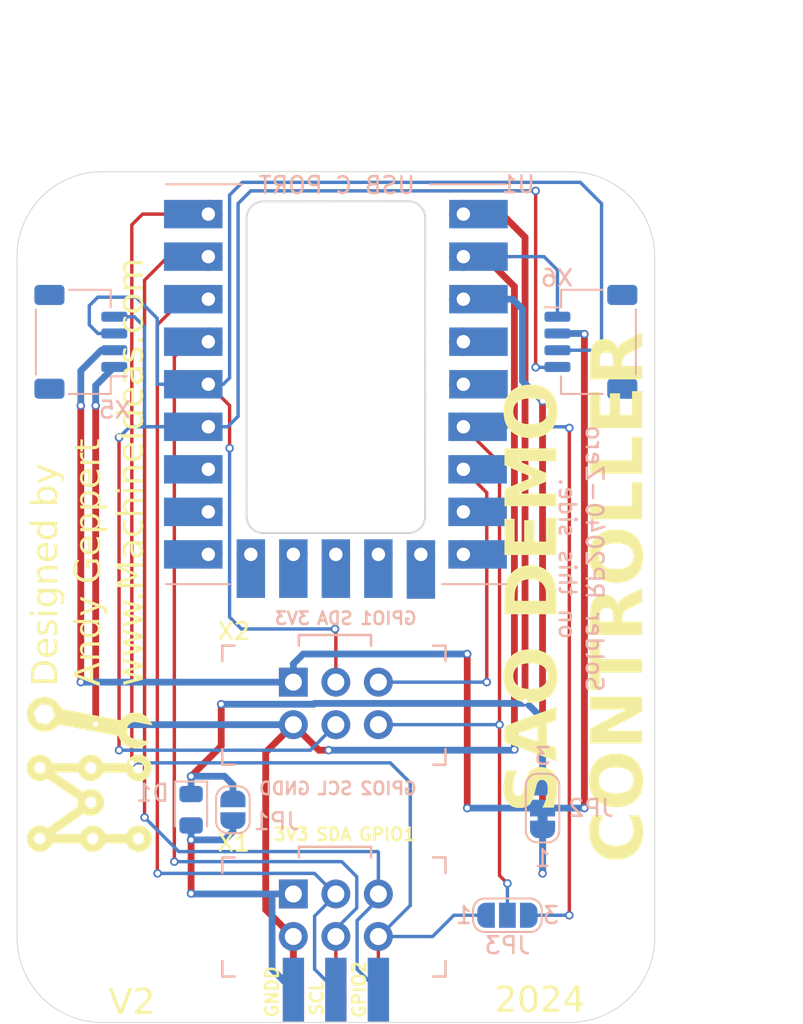
<source format=kicad_pcb>
(kicad_pcb (version 20240108) (generator "pcbnew") (generator_version "8.0")
  (title_block (title "SAO Demo Controller") (date "2024-09-24") (rev "1.0") (company "Machine Ideas, LLC") (comment 1 "Andy Geppert"))
  (layers (0 "F.Cu" signal) (31 "B.Cu" signal) (34 "B.Paste" user) (35 "F.Paste" user) (36 "B.SilkS" user "B.Silkscreen") (37 "F.SilkS" user "F.Silkscreen") (38 "B.Mask" user) (39 "F.Mask" user) (44 "Edge.Cuts" user))
  (net 0 "")
  (net 1 "/SCL_IN")
  (net 2 "GND")
  (net 5 "/SDA_IN")
  (net 9 "/VIN")
  (net 18 "/3V3")
  (net 23 "/BTX_SAORX")
  (net 25 "/BRX_SAOTX")
  (net 36 "/5V")
  (net 37 "/SAO_POWER")
  (net 38 "/SAO_GPIO2_GP27")
  (net 39 "/SAO_GPIO1")
  (net 40 "/SAO_GPIO2")
  (footprint "Andy_Footprint_Library:Badgelife-SAOv169-BADGE-2x3-no-front-text" (layer "F.Cu") (at 107.5182 145.9751)
    (property "Reference" "X2" (at -6.096 -4.318 0) (layer "F.SilkS"))
    (property "Value" "SAO_conn")
    (fp_text user "SCL" (at -0.06 5.08 0) (layer "B.SilkS") (effects (font (size 0.75 0.75)) (justify mirror)))
    (fp_text user "SDA" (at -0.06 -5.08 0) (layer "B.SilkS") (effects (font (size 0.75 0.75)) (justify mirror)))
    (fp_text user "3V3" (at -2.6 -5.08 0) (layer "B.SilkS") (effects (font (size 0.75 0.75)) (justify mirror)))
    (fp_text user "GPIO2" (at 3.14 5.08 0) (layer "B.SilkS") (effects (font (size 0.75 0.75)) (justify mirror)))
    (fp_text user "GNDD" (at -3.06 5.08 0) (layer "B.SilkS") (effects (font (size 0.75 0.75)) (justify mirror)))
    (fp_text user "GPIO1" (at 3.14 -5.08 0) (layer "B.SilkS") (effects (font (size 0.75 0.75)) (justify mirror)))
    (pad "1" thru_hole rect (at -2.54 -1.27 270) (size 1.7272 1.7272) (drill 1.016) (layers "*.Cu" "*.Mask") (net 37 "/SAO_POWER"))
    (pad "2" thru_hole circle (at -2.54 1.27 270) (size 1.7272 1.7272) (drill 1.016) (layers "*.Cu" "*.Mask") (net 2 "GND"))
    (pad "3" thru_hole oval (at 0 -1.27 270) (size 1.7272 1.7272) (drill 1.016) (layers "*.Cu" "*.Mask") (net 39 "/SAO_GPIO1"))
    (pad "4" thru_hole oval (at 0 1.27 270) (size 1.7272 1.7272) (drill 1.016) (layers "*.Cu" "*.Mask") (net 39 "/SAO_GPIO1"))
    (pad "5" thru_hole circle (at 2.54 -1.27 270) (size 1.7272 1.7272) (drill 1.016) (layers "*.Cu" "*.Mask") (net 39 "/SAO_GPIO1"))
    (pad "6" thru_hole circle (at 2.54 1.27 270) (size 1.7272 1.7272) (drill 1.016) (layers "*.Cu" "*.Mask") (net 40 "/SAO_GPIO2"))
  )
  (footprint "Andy_Footprint_Library:Machine_Ideas_logo" (layer "F.Cu") (at 93.0402 149.7851 90)
    (property "Reference" "L1" (hide yes))
    (property "Value" "~" (hide yes))
  )
  (footprint "Andy_Footprint_Library:Badgelife-SAOv169-BADGE-2x3-Edge-Connect-no-front-text" (layer "F.Cu") (at 107.5182 158.6243)
    (property "Reference" "X1" (at -6.096 -4.318 0) (layer "F.SilkS"))
    (property "Value" "SAO_conn")
    (fp_text user "GNDD" (at -3.81 4.572 90) (layer "F.SilkS") (effects (font (size 0.75 0.75))))
    (fp_text user "SCL" (at -1.143 4.953 90) (layer "F.SilkS") (effects (font (size 0.75 0.75))))
    (fp_text user "SDA" (at -0.127 -4.826 0) (layer "F.SilkS") (effects (font (size 0.75 0.75))))
    (fp_text user "3V3" (at -2.667 -4.826 0) (layer "F.SilkS") (effects (font (size 0.75 0.75))))
    (fp_text user "GPIO2" (at 1.397 4.445 90) (layer "F.SilkS") (effects (font (size 0.75 0.75))))
    (fp_text user "GPIO1" (at 3.073 -4.826 0) (layer "F.SilkS") (effects (font (size 0.75 0.75))))
    (pad "1" thru_hole rect (at -2.54 -1.27 270) (size 1.7272 1.7272) (drill 1.016) (layers "*.Cu" "*.Mask") (net 9 "/VIN"))
    (pad "1" smd rect (at -2.54 4.445) (size 1.27 3.81) (layers "B.Cu" "B.Mask") (net 9 "/VIN"))
    (pad "2" thru_hole circle (at -2.54 1.27 270) (size 1.7272 1.7272) (drill 1.016) (layers "*.Cu" "*.Mask") (net 2 "GND"))
    (pad "2" smd rect (at -2.54 4.445) (size 1.27 3.81) (layers "F.Cu" "F.Mask") (net 2 "GND"))
    (pad "3" thru_hole oval (at 0 -1.27 270) (size 1.7272 1.7272) (drill 1.016) (layers "*.Cu" "*.Mask") (net 5 "/SDA_IN"))
    (pad "3" smd rect (at 0 4.445) (size 1.27 3.81) (layers "B.Cu" "B.Mask") (net 5 "/SDA_IN"))
    (pad "4" thru_hole oval (at 0 1.27 270) (size 1.7272 1.7272) (drill 1.016) (layers "*.Cu" "*.Mask") (net 1 "/SCL_IN"))
    (pad "4" smd rect (at 0 4.445) (size 1.27 3.81) (layers "F.Cu" "F.Mask") (net 1 "/SCL_IN"))
    (pad "5" thru_hole circle (at 2.54 -1.27 270) (size 1.7272 1.7272) (drill 1.016) (layers "*.Cu" "*.Mask") (net 23 "/BTX_SAORX"))
    (pad "5" smd rect (at 2.54 4.445) (size 1.27 3.81) (layers "B.Cu" "B.Mask") (net 23 "/BTX_SAORX"))
    (pad "6" thru_hole circle (at 2.54 1.27 270) (size 1.7272 1.7272) (drill 1.016) (layers "*.Cu" "*.Mask") (net 25 "/BRX_SAOTX"))
    (pad "6" smd rect (at 2.54 4.445) (size 1.27 3.81) (layers "F.Cu" "F.Mask") (net 25 "/BRX_SAOTX"))
  )
  (footprint "Diode_SMD:D_0805_2012Metric" (layer "B.Cu") (at 98.8682 152.3251 -90)
    (property "Reference" "D1" (at -1 2.3 180) (layer "B.SilkS") (effects (justify mirror)))
    (property "Value" "D_Schottky")
    (pad "1" smd roundrect (at -0.9375 0 270) (size 0.975 1.4) (layers "B.Cu" "B.Paste" "B.Mask") (net 36 "/5V"))
    (pad "2" smd roundrect (at 0.9375 0 270) (size 0.975 1.4) (layers "B.Cu" "B.Paste" "B.Mask") (net 9 "/VIN"))
  )
  (footprint "Andy_Footprint_Library:RP2040 Zero" (layer "B.Cu") (at 107.5182 126.9251 180)
    (property "Reference" "U1" (at -10.8966 11.938 0) (layer "B.SilkS") (effects (justify mirror)))
    (property "Value" "RP2040-Zero")
    (fp_line (start 5.33758 9.91158) (end 5.334 -7.866) (stroke (width 0.12)) (layer "Edge.Cuts"))
    (fp_line (start 4.32158 10.92758) (end -4.324 10.936) (stroke (width 0.12)) (layer "Edge.Cuts"))
    (fp_line (start 4.318 -8.882) (end -4.318 -8.882) (stroke (width 0.12)) (layer "Edge.Cuts"))
    (fp_line (start -5.334 -7.866) (end -5.34 9.92) (stroke (width 0.12)) (layer "Edge.Cuts"))
    (fp_arc (start 5.33758 9.91158) (mid 5.04 10.63) (end 4.32158 10.92758) (stroke (width 0.12)) (layer "Edge.Cuts"))
    (fp_arc (start 4.318 -8.882) (mid 5.03642 -8.58442) (end 5.334 -7.866) (stroke (width 0.12)) (layer "Edge.Cuts"))
    (fp_arc (start -4.324 10.936) (mid -5.04242 10.63842) (end -5.34 9.92) (stroke (width 0.12)) (layer "Edge.Cuts"))
    (fp_arc (start -5.334 -7.866) (mid -5.03642 -8.58442) (end -4.318 -8.882) (stroke (width 0.12)) (layer "Edge.Cuts"))
    (pad "1" smd rect (at -8.52 10.168 180) (size 3.5 1.7) (layers "B.Cu" "B.Mask") (net 36 "/5V"))
    (pad "1" thru_hole circle (at -7.62 10.168 180) (size 1.7 1.7) (drill 0.8) (layers "*.Cu" "*.Mask") (net 36 "/5V"))
    (pad "2" smd rect (at -8.52 7.628 180) (size 3.5 1.7) (layers "B.Cu" "B.Mask") (net 2 "GND"))
    (pad "2" thru_hole circle (at -7.62 7.628 180) (size 1.7 1.7) (drill 0.8) (layers "*.Cu" "*.Mask") (net 2 "GND"))
    (pad "3" smd rect (at -8.52 5.088 180) (size 3.5 1.7) (layers "B.Cu" "B.Mask") (net 18 "/3V3"))
    (pad "3" thru_hole circle (at -7.62 5.088 180) (size 1.7 1.7) (drill 0.8) (layers "*.Cu" "*.Mask") (net 18 "/3V3"))
    (pad "4" smd rect (at -8.52 2.548 180) (size 3.5 1.7) (layers "B.Cu" "B.Mask"))
    (pad "4" thru_hole circle (at -7.62 2.548 180) (size 1.7 1.7) (drill 0.8) (layers "*.Cu" "*.Mask"))
    (pad "5" smd rect (at -8.52 0.008 180) (size 3.5 1.7) (layers "B.Cu" "B.Mask"))
    (pad "5" thru_hole circle (at -7.62 0.008 180) (size 1.7 1.7) (drill 0.8) (layers "*.Cu" "*.Mask"))
    (pad "6" smd rect (at -8.47 -2.532 180) (size 3.5 1.7) (layers "B.Cu" "B.Mask") (net 38 "/SAO_GPIO2_GP27"))
    (pad "6" thru_hole circle (at -7.62 -2.532 180) (size 1.7 1.7) (drill 0.8) (layers "*.Cu" "*.Mask") (net 38 "/SAO_GPIO2_GP27"))
    (pad "7" smd rect (at -8.47 -5.072 180) (size 3.5 1.7) (layers "B.Cu" "B.Mask") (net 39 "/SAO_GPIO1"))
    (pad "7" thru_hole circle (at -7.62 -5.072 180) (size 1.7 1.7) (drill 0.8) (layers "*.Cu" "*.Mask") (net 39 "/SAO_GPIO1"))
    (pad "8" smd rect (at -8.47 -7.612 180) (size 3.5 1.7) (layers "B.Cu" "B.Mask"))
    (pad "8" thru_hole circle (at -7.62 -7.612 180) (size 1.7 1.7) (drill 0.8) (layers "*.Cu" "*.Mask"))
    (pad "9" smd rect (at -8.47 -10.152 180) (size 3.5 1.7) (layers "B.Cu" "B.Mask"))
    (pad "9" thru_hole circle (at -7.62 -10.152 180) (size 1.7 1.7) (drill 0.8) (layers "*.Cu" "*.Mask"))
    (pad "10" thru_hole circle (at 7.62 10.168 180) (size 1.7 1.7) (drill 0.8) (layers "*.Cu" "*.Mask") (net 25 "/BRX_SAOTX"))
    (pad "10" smd rect (at 8.52 10.168 180) (size 3.5 1.7) (layers "B.Cu" "B.Mask") (net 25 "/BRX_SAOTX"))
    (pad "11" thru_hole circle (at 7.62 7.628 180) (size 1.7 1.7) (drill 0.8) (layers "*.Cu" "*.Mask") (net 23 "/BTX_SAORX"))
    (pad "11" smd rect (at 8.52 7.628 180) (size 3.5 1.7) (layers "B.Cu" "B.Mask") (net 23 "/BTX_SAORX"))
    (pad "12" thru_hole circle (at 7.62 5.088 180) (size 1.7 1.7) (drill 0.8) (layers "*.Cu" "*.Mask") (net 5 "/SDA_IN"))
    (pad "12" smd rect (at 8.52 5.088 180) (size 3.5 1.7) (layers "B.Cu" "B.Mask") (net 5 "/SDA_IN"))
    (pad "13" thru_hole circle (at 7.62 2.548 180) (size 1.7 1.7) (drill 0.8) (layers "*.Cu" "*.Mask") (net 1 "/SCL_IN"))
    (pad "13" smd rect (at 8.52 2.548 180) (size 3.5 1.7) (layers "B.Cu" "B.Mask") (net 1 "/SCL_IN"))
    (pad "14" thru_hole circle (at 7.62 0.008 180) (size 1.7 1.7) (drill 0.8) (layers "*.Cu" "*.Mask") (net 39 "/SAO_GPIO1"))
    (pad "14" smd rect (at 8.52 0.008 180) (size 3.5 1.7) (layers "B.Cu" "B.Mask") (net 39 "/SAO_GPIO1"))
    (pad "15" thru_hole circle (at 7.62 -2.532 180) (size 1.7 1.7) (drill 0.8) (layers "*.Cu" "*.Mask") (net 39 "/SAO_GPIO1"))
    (pad "15" smd rect (at 8.52 -2.532 180) (size 3.5 1.7) (layers "B.Cu" "B.Mask") (net 39 "/SAO_GPIO1"))
    (pad "16" thru_hole circle (at 7.62 -5.072 180) (size 1.7 1.7) (drill 0.8) (layers "*.Cu" "*.Mask"))
    (pad "16" smd rect (at 8.52 -5.072 180) (size 3.5 1.7) (layers "B.Cu" "B.Mask"))
    (pad "17" thru_hole circle (at 7.62 -7.612 180) (size 1.7 1.7) (drill 0.8) (layers "*.Cu" "*.Mask"))
    (pad "17" smd rect (at 8.52 -7.612 180) (size 3.5 1.7) (layers "B.Cu" "B.Mask"))
    (pad "18" thru_hole circle (at 7.62 -10.152 180) (size 1.7 1.7) (drill 0.8) (layers "*.Cu" "*.Mask"))
    (pad "18" smd rect (at 8.52 -10.152 180) (size 3.5 1.7) (layers "B.Cu" "B.Mask"))
    (pad "19" smd rect (at -5.08 -11.052 90) (size 3.5 1.7) (layers "B.Cu" "B.Mask"))
    (pad "19" thru_hole circle (at -5.08 -10.152 180) (size 1.7 1.7) (drill 0.8) (layers "*.Cu" "*.Mask"))
    (pad "20" smd rect (at -2.54 -11.002 90) (size 3.5 1.7) (layers "B.Cu" "B.Mask"))
    (pad "20" thru_hole circle (at -2.54 -10.152 180) (size 1.7 1.7) (drill 0.8) (layers "*.Cu" "*.Mask"))
    (pad "21" smd rect (at 0 -11.002 90) (size 3.5 1.7) (layers "B.Cu" "B.Mask"))
    (pad "21" thru_hole circle (at 0 -10.152 180) (size 1.7 1.7) (drill 0.8) (layers "*.Cu" "*.Mask"))
    (pad "22" smd rect (at 2.54 -11.002 90) (size 3.5 1.7) (layers "B.Cu" "B.Mask"))
    (pad "22" thru_hole circle (at 2.54 -10.152 180) (size 1.7 1.7) (drill 0.8) (layers "*.Cu" "*.Mask"))
    (pad "23" smd rect (at 5.08 -11.002 90) (size 3.5 1.7) (layers "B.Cu" "B.Mask"))
    (pad "23" thru_hole circle (at 5.08 -10.152 180) (size 1.7 1.7) (drill 0.8) (layers "*.Cu" "*.Mask"))
  )
  (footprint "Connector_JST:JST_SH_SM04B-SRSS-TB_1x04-1MP_P1.00mm_Horizontal" (layer "B.Cu") (at 92.2782 124.3851 90)
    (property "Reference" "X5" (at -4.064 2.032 0) (layer "B.SilkS") (effects (justify mirror)))
    (property "Value" "QWIIC")
    (pad "1" smd roundrect (at -1.5 2 90) (size 0.6 1.55) (layers "B.Cu" "B.Paste" "B.Mask") (net 2 "GND"))
    (pad "2" smd roundrect (at -0.5 2 90) (size 0.6 1.55) (layers "B.Cu" "B.Paste" "B.Mask") (net 37 "/SAO_POWER"))
    (pad "3" smd roundrect (at 0.5 2 90) (size 0.6 1.55) (layers "B.Cu" "B.Paste" "B.Mask") (net 39 "/SAO_GPIO1"))
    (pad "4" smd roundrect (at 1.5 2 90) (size 0.6 1.55) (layers "B.Cu" "B.Paste" "B.Mask") (net 39 "/SAO_GPIO1"))
    (pad "MP" smd roundrect (at -2.8 -1.875 90) (size 1.2 1.8) (layers "B.Cu" "B.Paste" "B.Mask") (roundrect_rratio 0.208333))
    (pad "MP" smd roundrect (at 2.8 -1.875 90) (size 1.2 1.8) (layers "B.Cu" "B.Paste" "B.Mask") (roundrect_rratio 0.208333))
  )
  (footprint "Jumper:SolderJumper-3_P1.3mm_Bridged12_RoundedPad1.0x1.5mm_NumberLabels" (layer "B.Cu") (at 119.8682 152.2251 90)
    (property "Reference" "JP2" (at 0 2.9 180) (layer "B.SilkS") (effects (justify mirror)))
    (property "Value" "SolderJumper_3_Open")
    (fp_poly (pts (xy -0.9 0.3) (xy -0.4 0.3) (xy -0.4 -0.3) (xy -0.9 -0.3)) (fill solid) (layer "B.Cu"))
    (fp_text user "1" (at -3 0 180) (layer "B.SilkS") (effects (justify mirror)))
    (fp_text user "3" (at 3.1 0 180) (layer "B.SilkS") (effects (justify mirror)))
    (pad "1" smd custom (at -1.3 0 90) (size 1 0.5) (layers "B.Cu" "B.Mask") (net 18 "/3V3") (options (clearance outline) (anchor rect)) (primitives (gr_poly (pts (xy 0.55 -0.75) (xy 0 -0.75) (xy 0 0.75) (xy 0.55 0.75)) (width 0) (fill yes)) (gr_circle (center 0 -0.25) (end 0.5 -0.25) (width 0) (fill yes)) (gr_circle (center 0 0.25) (end 0.5 0.25) (width 0) (fill yes))))
    (pad "2" smd rect (at 0 0 90) (size 1 1.5) (layers "B.Cu" "B.Mask") (net 37 "/SAO_POWER"))
    (pad "3" smd custom (at 1.3 0 90) (size 1 0.5) (layers "B.Cu" "B.Mask") (net 36 "/5V") (options (clearance outline) (anchor rect)) (primitives (gr_circle (center 0 -0.25) (end 0.5 -0.25) (width 0) (fill yes)) (gr_circle (center 0 0.25) (end 0.5 0.25) (width 0) (fill yes)) (gr_poly (pts (xy 0 -0.75) (xy -0.55 -0.75) (xy -0.55 0.75) (xy 0 0.75)) (width 0) (fill yes))))
  )
  (footprint "Jumper:SolderJumper-3_P1.3mm_Open_RoundedPad1.0x1.5mm_NumberLabels" (layer "B.Cu") (at 117.7682 158.6251)
    (property "Reference" "JP3" (at 0 1.8 360) (layer "B.SilkS") (effects (justify mirror)))
    (property "Value" "SolderJumper_3_Open")
    (fp_text user "3" (at 2.6 0 360) (layer "B.SilkS") (effects (justify mirror)))
    (fp_text user "1" (at -2.6 0 360) (layer "B.SilkS") (effects (justify mirror)))
    (pad "1" smd custom (at -1.3 0) (size 1 0.5) (layers "B.Cu" "B.Mask") (net 25 "/BRX_SAOTX") (options (clearance outline) (anchor rect)) (primitives (gr_circle (center 0 -0.25) (end 0.5 -0.25) (width 0) (fill yes)) (gr_circle (center 0 0.25) (end 0.5 0.25) (width 0) (fill yes)) (gr_poly (pts (xy 0.55 -0.75) (xy 0 -0.75) (xy 0 0.75) (xy 0.55 0.75)) (width 0) (fill yes))))
    (pad "2" smd rect (at 0 0) (size 1 1.5) (layers "B.Cu" "B.Mask") (net 40 "/SAO_GPIO2"))
    (pad "3" smd custom (at 1.3 0) (size 1 0.5) (layers "B.Cu" "B.Mask") (net 38 "/SAO_GPIO2_GP27") (options (clearance outline) (anchor rect)) (primitives (gr_circle (center 0 -0.25) (end 0.5 -0.25) (width 0) (fill yes)) (gr_circle (center 0 0.25) (end 0.5 0.25) (width 0) (fill yes)) (gr_poly (pts (xy 0 -0.75) (xy -0.55 -0.75) (xy -0.55 0.75) (xy 0 0.75)) (width 0) (fill yes))))
  )
  (footprint "Jumper:SolderJumper-2_P1.3mm_Open_RoundedPad1.0x1.5mm" (layer "B.Cu") (at 101.3682 152.3251 90)
    (property "Reference" "JP1" (at -0.7 2.6 180) (layer "B.SilkS") (effects (justify mirror)))
    (property "Value" "SolderJumper_2_Open")
    (pad "1" smd custom (at -0.65 0 90) (size 1 0.5) (layers "B.Cu" "B.Mask") (net 9 "/VIN") (options (clearance outline) (anchor rect)) (primitives (gr_circle (center 0 -0.25) (end 0.5 -0.25) (width 0) (fill yes)) (gr_circle (center 0 0.25) (end 0.5 0.25) (width 0) (fill yes)) (gr_poly (pts (xy 0.5 -0.75) (xy 0 -0.75) (xy 0 0.75) (xy 0.5 0.75)) (width 0) (fill yes))))
    (pad "2" smd custom (at 0.65 0 90) (size 1 0.5) (layers "B.Cu" "B.Mask") (net 36 "/5V") (options (clearance outline) (anchor rect)) (primitives (gr_circle (center 0 -0.25) (end 0.5 -0.25) (width 0) (fill yes)) (gr_circle (center 0 0.25) (end 0.5 0.25) (width 0) (fill yes)) (gr_poly (pts (xy 0 -0.75) (xy -0.5 -0.75) (xy -0.5 0.75) (xy 0 0.75)) (width 0) (fill yes))))
  )
  (footprint "Connector_JST:JST_SH_SM04B-SRSS-TB_1x04-1MP_P1.00mm_Horizontal" (layer "B.Cu") (at 122.7582 124.3851 -90)
    (property "Reference" "X6" (at -3.81 2.032 0) (layer "B.SilkS") (effects (justify mirror)))
    (property "Value" "QWIIC")
    (pad "1" smd roundrect (at -1.5 2 270) (size 0.6 1.55) (layers "B.Cu" "B.Paste" "B.Mask") (net 2 "GND"))
    (pad "2" smd roundrect (at -0.5 2 270) (size 0.6 1.55) (layers "B.Cu" "B.Paste" "B.Mask") (net 37 "/SAO_POWER"))
    (pad "3" smd roundrect (at 0.5 2 270) (size 0.6 1.55) (layers "B.Cu" "B.Paste" "B.Mask") (net 39 "/SAO_GPIO1"))
    (pad "4" smd roundrect (at 1.5 2 270) (size 0.6 1.55) (layers "B.Cu" "B.Paste" "B.Mask") (net 39 "/SAO_GPIO1"))
    (pad "MP" smd roundrect (at -2.8 -1.875 270) (size 1.2 1.8) (layers "B.Cu" "B.Paste" "B.Mask") (roundrect_rratio 0.208333))
    (pad "MP" smd roundrect (at 2.8 -1.875 270) (size 1.2 1.8) (layers "B.Cu" "B.Paste" "B.Mask") (roundrect_rratio 0.208333))
  )
  (gr_line (start 126.5682 119.3051) (end 126.5682 159.9451) (stroke (width 0.05)) (layer "Edge.Cuts"))
  (gr_arc (start 88.4682 119.3051) (mid 89.956098 115.712998) (end 93.5482 114.2251) (stroke (width 0.05)) (layer "Edge.Cuts"))
  (gr_arc (start 126.5682 159.9451) (mid 125.080302 163.537202) (end 121.4882 165.0251) (stroke (width 0.05)) (layer "Edge.Cuts"))
  (gr_arc (start 121.4882 114.2251) (mid 125.080302 115.712998) (end 126.5682 119.3051) (stroke (width 0.05)) (layer "Edge.Cuts"))
  (gr_line (start 88.4682 159.9451) (end 88.4682 119.3051) (stroke (width 0.05)) (layer "Edge.Cuts"))
  (gr_line (start 93.5482 165.0251) (end 121.4882 165.0251) (stroke (width 0.05)) (layer "Edge.Cuts"))
  (gr_line (start 93.5482 114.2251) (end 121.4882 114.2251) (stroke (width 0.05)) (layer "Edge.Cuts"))
  (gr_arc (start 93.5482 165.0251) (mid 89.956098 163.537202) (end 88.4682 159.9451) (stroke (width 0.05)) (layer "Edge.Cuts"))
  (gr_text "USB C PORT" (at 112.3442 115.6221 0) (layer "B.SilkS") (effects (font (size 1 1)) (justify left bottom mirror)))
  (gr_text "Solder RP2040-Zero\non this side." (at 120.7682 137.3251 270) (layer "B.SilkS") (effects (font (size 1 1)) (justify bottom mirror)))
  (gr_text "2024" (at 119.7102 163.7551 -0) (layer "F.SilkS") (effects (font (size 1.524 1.524) (thickness 0.2032))))
  (gr_text "V2" (at 95.3262 163.8821 0) (layer "F.SilkS") (effects (font (size 1.524 1.524) (thickness 0.2032))))
  (gr_text "SAO DEMO\nCONTROLLER" (at 121.9962 139.6251 90) (layer "F.SilkS") (effects (font (size 3.048 3.048) (thickness 0.6096) (bold yes))))
  (gr_text "Designed by \nAndy Geppert\nwww.MachineIdeas.com" (at 92.7862 144.9591 90) (layer "F.SilkS") (effects (font (size 1.524 1.524) (thickness 0.2032)) (justify left)))
  (segment (start 98.8822 124.3851) (end 98.8902 124.3771) (width 0.2032) (layer "F.Cu") (net 1))
  (segment (start 98.8902 124.3771) (end 99.8982 124.3771) (width 0.2032) (layer "F.Cu") (net 1))
  (segment (start 97.8682 155.4251) (end 97.8662 155.4231) (width 0.2032) (layer "F.Cu") (net 1))
  (segment (start 107.5182 159.9451) (end 107.5182 163.1201) (width 0.2032) (layer "F.Cu") (net 1))
  (segment (start 97.8662 155.4231) (end 97.8662 125.2741) (width 0.2032) (layer "F.Cu") (net 1))
  (segment (start 98.7552 124.3851) (end 98.8822 124.3851) (width 0.2032) (layer "F.Cu") (net 1))
  (segment (start 97.8662 125.2741) (end 98.7552 124.3851) (width 0.2032) (layer "F.Cu") (net 1))
  (via (at 97.8682 155.4251) (size 0.508) (drill 0.3048) (layers "F.Cu" "B.Cu") (net 1))
  (segment (start 108.7682 156.3251) (end 108.7682 158.192206) (width 0.2032) (layer "B.Cu") (net 1))
  (segment (start 107.5182 159.442206) (end 107.5182 159.9451) (width 0.2032) (layer "B.Cu") (net 1))
  (segment (start 107.8682 155.4251) (end 108.7682 156.3251) (width 0.2032) (layer "B.Cu") (net 1))
  (segment (start 108.7682 158.192206) (end 107.5182 159.442206) (width 0.2032) (layer "B.Cu") (net 1))
  (segment (start 97.8682 155.4251) (end 107.8682 155.4251) (width 0.2032) (layer "B.Cu") (net 1))
  (segment (start 107.0852 148.7691) (end 106.5022 148.7691) (width 0.4064) (layer "F.Cu") (net 2))
  (segment (start 118.1862 121.0831) (end 116.4002 119.2971) (width 0.4064) (layer "F.Cu") (net 2))
  (segment (start 104.9782 159.9451) (end 103.3272 158.2941) (width 0.4064) (layer "F.Cu") (net 2))
  (segment (start 103.3272 148.8961) (end 104.9782 147.2451) (width 0.4064) (layer "F.Cu") (net 2))
  (segment (start 116.4002 119.2971) (end 115.1382 119.2971) (width 0.4064) (layer "F.Cu") (net 2))
  (segment (start 103.3272 158.2941) (end 103.3272 148.8961) (width 0.4064) (layer "F.Cu") (net 2))
  (segment (start 93.1682 147.2251) (end 93.1672 147.2241) (width 0.4064) (layer "F.Cu") (net 2))
  (segment (start 106.5022 148.7691) (end 104.9782 147.2451) (width 0.4064) (layer "F.Cu") (net 2))
  (segment (start 118.1862 148.7251) (end 118.1862 121.0831) (width 0.4064) (layer "F.Cu") (net 2))
  (segment (start 107.0852 148.7691) (end 107.1122 148.7691) (width 0.4064) (layer "F.Cu") (net 2))
  (segment (start 104.9782 163.1201) (end 104.9782 159.9451) (width 0.4064) (layer "F.Cu") (net 2))
  (segment (start 93.1672 147.2241) (end 93.1672 128.1951) (width 0.4064) (layer "F.Cu") (net 2))
  (via (at 118.1862 148.7251) (size 0.508) (drill 0.3048) (layers "F.Cu" "B.Cu") (net 2))
  (via (at 93.1682 147.2251) (size 0.508) (drill 0.3048) (layers "F.Cu" "B.Cu") (net 2))
  (via (at 107.0852 148.7691) (size 0.508) (drill 0.3048) (layers "F.Cu" "B.Cu") (net 2))
  (via (at 93.1672 128.1951) (size 0.508) (drill 0.3048) (layers "F.Cu" "B.Cu") (net 2))
  (segment (start 93.1882 147.2451) (end 104.9782 147.2451) (width 0.4064) (layer "B.Cu") (net 2))
  (segment (start 94.2782 125.8851) (end 93.1672 126.9961) (width 0.4064) (layer "B.Cu") (net 2))
  (segment (start 119.9562 119.2971) (end 120.7582 120.0991) (width 0.2032) (layer "B.Cu") (net 2))
  (segment (start 120.7582 120.0991) (end 120.7582 122.8851) (width 0.2032) (layer "B.Cu") (net 2))
  (segment (start 116.0382 119.2971) (end 118.8132 119.2971) (width 0.2032) (layer "B.Cu") (net 2))
  (segment (start 118.8292 119.2971) (end 119.9562 119.2971) (width 0.2032) (layer "B.Cu") (net 2))
  (segment (start 118.1422 148.7691) (end 118.1862 148.7251) (width 0.4064) (layer "B.Cu") (net 2))
  (segment (start 118.8132 119.2971) (end 118.8212 119.3051) (width 0.2032) (layer "B.Cu") (net 2))
  (segment (start 118.8212 119.3051) (end 118.8292 119.2971) (width 0.2032) (layer "B.Cu") (net 2))
  (segment (start 93.1682 147.2251) (end 93.1882 147.2451) (width 0.4064) (layer "B.Cu") (net 2))
  (segment (start 93.1672 126.9961) (end 93.1672 128.1951) (width 0.4064) (layer "B.Cu") (net 2))
  (segment (start 107.0852 148.7691) (end 118.1422 148.7691) (width 0.4064) (layer "B.Cu") (net 2))
  (segment (start 98.3822 121.8371) (end 99.8982 121.8371) (width 0.2032) (layer "F.Cu") (net 5))
  (segment (start 96.8502 156.1071) (end 96.8502 123.3691) (width 0.2032) (layer "F.Cu") (net 5))
  (segment (start 96.8502 123.3691) (end 98.3822 121.8371) (width 0.2032) (layer "F.Cu") (net 5))
  (segment (start 96.8682 156.1251) (end 96.8502 156.1071) (width 0.2032) (layer "F.Cu") (net 5))
  (via (at 96.8682 156.1251) (size 0.508) (drill 0.3048) (layers "F.Cu" "B.Cu") (net 5))
  (segment (start 106.2382 156.1251) (end 107.5182 157.4051) (width 0.2032) (layer "B.Cu") (net 5))
  (segment (start 106.2482 158.6751) (end 106.2482 161.8501) (width 0.2032) (layer "B.Cu") (net 5))
  (segment (start 96.8682 156.1251) (end 106.2382 156.1251) (width 0.2032) (layer "B.Cu") (net 5))
  (segment (start 106.2482 161.8501) (end 107.5182 163.1201) (width 0.2032) (layer "B.Cu") (net 5))
  (segment (start 107.5182 157.4051) (end 106.2482 158.6751) (width 0.2032) (layer "B.Cu") (net 5))
  (segment (start 98.8682 157.3251) (end 98.8682 154.1251) (width 0.4064) (layer "F.Cu") (net 9))
  (via (at 98.8682 154.1251) (size 0.508) (drill 0.3048) (layers "F.Cu" "B.Cu") (net 9))
  (via (at 98.8682 157.3251) (size 0.508) (drill 0.3048) (layers "F.Cu" "B.Cu") (net 9))
  (segment (start 98.8682 157.3251) (end 98.8974 157.3543) (width 0.4064) (layer "B.Cu") (net 9))
  (segment (start 101.3682 153.6251) (end 101.3682 152.9751) (width 0.4064) (layer "B.Cu") (net 9))
  (segment (start 103.6682 157.3543) (end 103.7082 157.3943) (width 0.4064) (layer "B.Cu") (net 9))
  (segment (start 98.8682 154.1251) (end 98.8682 153.2626) (width 0.4064) (layer "B.Cu") (net 9))
  (segment (start 103.7082 157.3943) (end 103.7082 161.8501) (width 0.4064) (layer "B.Cu") (net 9))
  (segment (start 103.7082 161.8501) (end 104.9782 163.1201) (width 0.4064) (layer "B.Cu") (net 9))
  (segment (start 98.8974 157.3543) (end 104.9782 157.3543) (width 0.4064) (layer "B.Cu") (net 9))
  (segment (start 98.8682 154.1251) (end 100.8682 154.1251) (width 0.4064) (layer "B.Cu") (net 9))
  (segment (start 100.8682 154.1251) (end 101.3682 153.6251) (width 0.4064) (layer "B.Cu") (net 9))
  (segment (start 119.8682 127.9251) (end 119.8682 156.1251) (width 0.4064) (layer "F.Cu") (net 18))
  (via (at 119.8682 127.9251) (size 0.508) (drill 0.3048) (layers "F.Cu" "B.Cu") (net 18))
  (via (at 119.8682 156.1251) (size 0.508) (drill 0.3048) (layers "F.Cu" "B.Cu") (net 18))
  (segment (start 118.6682 126.7251) (end 118.6682 122.4251) (width 0.4064) (layer "B.Cu") (net 18))
  (segment (start 118.0802 121.8371) (end 115.1382 121.8371) (width 0.4064) (layer "B.Cu") (net 18))
  (segment (start 119.8682 127.9251) (end 118.6682 126.7251) (width 0.4064) (layer "B.Cu") (net 18))
  (segment (start 118.6682 122.4251) (end 118.0802 121.8371) (width 0.4064) (layer "B.Cu") (net 18))
  (segment (start 119.8682 156.1251) (end 119.8682 153.5251) (width 0.4064) (layer "B.Cu") (net 18))
  (segment (start 96.0882 120.7021) (end 97.4932 119.2971) (width 0.2032) (layer "F.Cu") (net 23))
  (segment (start 96.0882 152.7823) (end 96.0882 120.7021) (width 0.2032) (layer "F.Cu") (net 23))
  (segment (start 97.4932 119.2971) (end 99.8982 119.2971) (width 0.2032) (layer "F.Cu") (net 23))
  (via (at 96.0882 152.7823) (size 0.508) (drill 0.3048) (layers "F.Cu" "B.Cu") (net 23))
  (segment (start 110.0582 157.6701) (end 108.7882 158.9401) (width 0.2032) (layer "B.Cu") (net 23))
  (segment (start 96.0882 152.7823) (end 98.131 154.8251) (width 0.2032) (layer "B.Cu") (net 23))
  (segment (start 110.0582 154.8651) (end 110.0582 157.6701) (width 0.2032) (layer "B.Cu") (net 23))
  (segment (start 108.7882 161.8501) (end 110.0582 163.1201) (width 0.2032) (layer "B.Cu") (net 23))
  (segment (start 108.7882 158.9401) (end 108.7882 161.8501) (width 0.2032) (layer "B.Cu") (net 23))
  (segment (start 110.0182 154.8251) (end 110.0582 154.8651) (width 0.2032) (layer "B.Cu") (net 23))
  (segment (start 98.131 154.8251) (end 110.0182 154.8251) (width 0.2032) (layer "B.Cu") (net 23))
  (segment (start 110.0582 159.9451) (end 110.0582 163.1201) (width 0.2032) (layer "F.Cu") (net 25))
  (segment (start 95.3262 149.5251) (end 95.3262 117.4001) (width 0.2032) (layer "F.Cu") (net 25))
  (segment (start 95.9692 116.7571) (end 99.8982 116.7571) (width 0.2032) (layer "F.Cu") (net 25))
  (segment (start 95.3262 117.4001) (end 95.9692 116.7571) (width 0.2032) (layer "F.Cu") (net 25))
  (via (at 95.3262 149.5251) (size 0.508) (drill 0.3048) (layers "F.Cu" "B.Cu") (net 25))
  (segment (start 111.9632 158.0401) (end 110.0582 159.9451) (width 0.2032) (layer "B.Cu") (net 25))
  (segment (start 113.299 159.8943) (end 110.0582 159.8943) (width 0.2032) (layer "B.Cu") (net 25))
  (segment (start 116.4682 158.6251) (end 114.5682 158.6251) (width 0.2032) (layer "B.Cu") (net 25))
  (segment (start 111.9632 150.7201) (end 111.9632 158.0401) (width 0.2032) (layer "B.Cu") (net 25))
  (segment (start 114.5682 158.6251) (end 113.299 159.8943) (width 0.2032) (layer "B.Cu") (net 25))
  (segment (start 110.7682 149.5251) (end 111.9632 150.7201) (width 0.2032) (layer "B.Cu") (net 25))
  (segment (start 95.3262 149.5251) (end 110.7682 149.5251) (width 0.2032) (layer "B.Cu") (net 25))
  (segment (start 117.4416 116.7571) (end 115.1382 116.7571) (width 0.4064) (layer "F.Cu") (net 36))
  (segment (start 98.8682 150.3251) (end 100.6682 148.5251) (width 0.4064) (layer "F.Cu") (net 36))
  (segment (start 118.8212 145.8481) (end 118.8212 118.1367) (width 0.4064) (layer "F.Cu") (net 36))
  (segment (start 100.6682 148.5251) (end 100.6682 146.0251) (width 0.4064) (layer "F.Cu") (net 36))
  (segment (start 118.8212 118.1367) (end 117.4416 116.7571) (width 0.4064) (layer "F.Cu") (net 36))
  (via (at 118.8212 145.8481) (size 0.508) (drill 0.3048) (layers "F.Cu" "B.Cu") (net 36))
  (via (at 100.6682 146.0251) (size 0.508) (drill 0.3048) (layers "F.Cu" "B.Cu") (net 36))
  (via (at 98.8682 150.3251) (size 0.508) (drill 0.3048) (layers "F.Cu" "B.Cu") (net 36))
  (segment (start 106.2482 145.9751) (end 118.6942 145.9751) (width 0.4064) (layer "B.Cu") (net 36))
  (segment (start 98.8682 150.3251) (end 100.8682 150.3251) (width 0.4064) (layer "B.Cu") (net 36))
  (segment (start 119.8682 146.8951) (end 119.8682 150.9251) (width 0.4064) (layer "B.Cu") (net 36))
  (segment (start 98.8682 150.3251) (end 98.8682 151.3876) (width 0.4064) (layer "B.Cu") (net 36))
  (segment (start 118.6942 145.9751) (end 118.8212 145.8481) (width 0.4064) (layer "B.Cu") (net 36))
  (segment (start 100.8682 150.3251) (end 101.3682 150.8251) (width 0.4064) (layer "B.Cu") (net 36))
  (segment (start 100.6682 146.0251) (end 106.1982 146.0251) (width 0.4064) (layer "B.Cu") (net 36))
  (segment (start 118.8212 145.8481) (end 119.8682 146.8951) (width 0.4064) (layer "B.Cu") (net 36))
  (segment (start 106.1982 146.0251) (end 106.2482 145.9751) (width 0.4064) (layer "B.Cu") (net 36))
  (segment (start 101.3682 150.8251) (end 101.3682 151.6751) (width 0.4064) (layer "B.Cu") (net 36))
  (segment (start 115.3682 152.2251) (end 115.3682 143.0251) (width 0.4064) (layer "F.Cu") (net 37))
  (segment (start 92.2782 128.1951) (end 92.2782 144.7051) (width 0.4064) (layer "F.Cu") (net 37))
  (segment (start 122.3682 123.9251) (end 122.3682 152.2251) (width 0.4064) (layer "F.Cu") (net 37))
  (via (at 92.2782 144.7051) (size 0.508) (drill 0.3048) (layers "F.Cu" "B.Cu") (net 37))
  (via (at 92.2782 128.1951) (size 0.508) (drill 0.3048) (layers "F.Cu" "B.Cu") (net 37))
  (via (at 115.3682 152.2251) (size 0.508) (drill 0.3048) (layers "F.Cu" "B.Cu") (net 37))
  (via (at 122.3682 123.9251) (size 0.508) (drill 0.3048) (layers "F.Cu" "B.Cu") (net 37))
  (via (at 122.3682 152.2251) (size 0.508) (drill 0.3048) (layers "F.Cu" "B.Cu") (net 37))
  (via (at 115.3682 143.0251) (size 0.508) (drill 0.3048) (layers "F.Cu" "B.Cu") (net 37))
  (segment (start 119.8682 152.2251) (end 115.3682 152.2251) (width 0.4064) (layer "B.Cu") (net 37))
  (segment (start 94.2782 124.8851) (end 93.503201 124.8851) (width 0.4064) (layer "B.Cu") (net 37))
  (segment (start 122.3282 123.8851) (end 122.3682 123.9251) (width 0.4064) (layer "B.Cu") (net 37))
  (segment (start 93.503201 124.8851) (end 92.2782 126.110101) (width 0.4064) (layer "B.Cu") (net 37))
  (segment (start 92.2782 144.7051) (end 104.9782 144.7051) (width 0.4064) (layer "B.Cu") (net 37))
  (segment (start 120.7582 123.8851) (end 122.3282 123.8851) (width 0.4064) (layer "B.Cu") (net 37))
  (segment (start 104.9782 143.6151) (end 104.9782 144.7051) (width 0.4064) (layer "B.Cu") (net 37))
  (segment (start 92.2782 126.110101) (end 92.2782 128.1951) (width 0.4064) (layer "B.Cu") (net 37))
  (segment (start 122.3682 152.2251) (end 119.8682 152.2251) (width 0.4064) (layer "B.Cu") (net 37))
  (segment (start 115.3682 143.0251) (end 105.5682 143.0251) (width 0.4064) (layer "B.Cu") (net 37))
  (segment (start 105.5682 143.0251) (end 104.9782 143.6151) (width 0.4064) (layer "B.Cu") (net 37))
  (segment (start 121.4682 129.5251) (end 121.4682 158.6251) (width 0.2032) (layer "F.Cu") (net 38))
  (via (at 121.4682 129.5251) (size 0.508) (drill 0.3048) (layers "F.Cu" "B.Cu") (net 38))
  (via (at 121.4682 158.6251) (size 0.508) (drill 0.3048) (layers "F.Cu" "B.Cu") (net 38))
  (segment (start 121.4682 158.6251) (end 119.0682 158.6251) (width 0.2032) (layer "B.Cu") (net 38))
  (segment (start 115.9882 129.4571) (end 121.4002 129.4571) (width 0.2032) (layer "B.Cu") (net 38))
  (segment (start 121.4002 129.4571) (end 121.4682 129.5251) (width 0.2032) (layer "B.Cu") (net 38))
  (segment (start 101.1682 130.7351) (end 101.1682 128.1871) (width 0.2032) (layer "F.Cu") (net 39))
  (segment (start 94.5642 133.3231) (end 94.5642 148.7691) (width 0.2032) (layer "F.Cu") (net 39))
  (segment (start 116.5352 144.7051) (end 116.5352 133.3941) (width 0.2032) (layer "F.Cu") (net 39))
  (segment (start 107.4682 141.5301) (end 107.5182 141.5801) (width 0.2032) (layer "F.Cu") (net 39))
  (segment (start 94.5642 130.1001) (end 94.5642 133.3231) (width 0.2032) (layer "F.Cu") (net 39))
  (segment (start 116.5352 133.3941) (end 115.1382 131.9971) (width 0.2032) (layer "F.Cu") (net 39))
  (segment (start 101.1682 128.1871) (end 99.8982 126.9171) (width 0.2032) (layer "F.Cu") (net 39))
  (segment (start 119.4562 115.3681) (end 119.4562 125.9091) (width 0.2032) (layer "F.Cu") (net 39))
  (segment (start 107.5182 141.5801) (end 107.5182 144.7051) (width 0.2032) (layer "F.Cu") (net 39))
  (via (at 107.4682 141.5301) (size 0.508) (drill 0.3048) (layers "F.Cu" "B.Cu") (net 39))
  (via (at 116.5352 144.7051) (size 0.508) (drill 0.3048) (layers "F.Cu" "B.Cu") (net 39))
  (via (at 94.5642 148.7691) (size 0.508) (drill 0.3048) (layers "F.Cu" "B.Cu") (net 39))
  (via (at 94.5642 130.1001) (size 0.508) (drill 0.3048) (layers "F.Cu" "B.Cu") (net 39))
  (via (at 101.1682 130.7351) (size 0.508) (drill 0.3048) (layers "F.Cu" "B.Cu") (net 39))
  (via (at 119.4562 125.9091) (size 0.508) (drill 0.3048) (layers "F.Cu" "B.Cu") (net 39))
  (via (at 119.4562 115.3681) (size 0.508) (drill 0.3048) (layers "F.Cu" "B.Cu") (net 39))
  (segment (start 101.9302 114.8601) (end 122.1232 114.8601) (width 0.2032) (layer "B.Cu") (net 39))
  (segment (start 96.0882 129.4571) (end 98.9982 129.4571) (width 0.2032) (layer "B.Cu") (net 39))
  (segment (start 100.7912 126.9171) (end 101.1682 126.5401) (width 0.2032) (layer "B.Cu") (net 39))
  (segment (start 101.6762 116.1301) (end 101.6762 128.8301) (width 0.2032) (layer "B.Cu") (net 39))
  (segment (start 101.8732 141.5301) (end 101.1682 140.8251) (width 0.2032) (layer "B.Cu") (net 39))
  (segment (start 119.4562 125.9091) (end 120.7342 125.9091) (width 0.2032) (layer "B.Cu") (net 39))
  (segment (start 105.9942 148.7691) (end 107.5182 147.2451) (width 0.2032) (layer "B.Cu") (net 39))
  (segment (start 122.1232 114.8601) (end 123.3932 116.1301) (width 0.2032) (layer "B.Cu") (net 39))
  (segment (start 94.2782 122.8851) (end 95.4772 122.8851) (width 0.2032) (layer "B.Cu") (net 39))
  (segment (start 101.1682 126.5401) (end 101.1682 115.6221) (width 0.2032) (layer "B.Cu") (net 39))
  (segment (start 94.2782 123.8851) (end 93.3022 123.8851) (width 0.2032) (layer "B.Cu") (net 39))
  (segment (start 99.8982 126.9171) (end 100.7912 126.9171) (width 0.2032) (layer "B.Cu") (net 39))
  (segment (start 107.4682 141.5301) (end 101.8732 141.5301) (width 0.2032) (layer "B.Cu") (net 39))
  (segment (start 96.8422 122.9801) (end 96.8422 126.9171) (width 0.2032) (layer "B.Cu") (net 39))
  (segment (start 120.7342 125.9091) (end 120.7582 125.8851) (width 0.2032) (layer "B.Cu") (net 39))
  (segment (start 92.7862 123.3691) (end 92.7862 122.2261) (width 0.2032) (layer "B.Cu") (net 39))
  (segment (start 96.8422 126.9171) (end 99.8982 126.9171) (width 0.2032) (layer "B.Cu") (net 39))
  (segment (start 101.6762 128.8301) (end 101.0492 129.4571) (width 0.2032) (layer "B.Cu") (net 39))
  (segment (start 123.3932 116.1301) (end 123.3932 124.4001) (width 0.2032) (layer "B.Cu") (net 39))
  (segment (start 96.0882 123.4961) (end 96.0882 129.4571) (width 0.2032) (layer "B.Cu") (net 39))
  (segment (start 110.0582 144.7051) (end 116.5352 144.7051) (width 0.2032) (layer "B.Cu") (net 39))
  (segment (start 95.2072 129.4571) (end 98.9982 129.4571) (width 0.2032) (layer "B.Cu") (net 39))
  (segment (start 94.5642 130.1001) (end 95.2072 129.4571) (width 0.2032) (layer "B.Cu") (net 39))
  (segment (start 92.7862 122.2261) (end 93.2942 121.7181) (width 0.2032) (layer "B.Cu") (net 39))
  (segment (start 101.1682 140.8251) (end 101.1682 130.7351) (width 0.2032) (layer "B.Cu") (net 39))
  (segment (start 102.4382 115.3681) (end 101.6762 116.1301) (width 0.2032) (layer "B.Cu") (net 39))
  (segment (start 93.3022 123.8851) (end 92.7862 123.3691) (width 0.2032) (layer "B.Cu") (net 39))
  (segment (start 101.0492 129.4571) (end 99.8982 129.4571) (width 0.2032) (layer "B.Cu") (net 39))
  (segment (start 95.5802 121.7181) (end 96.8422 122.9801) (width 0.2032) (layer "B.Cu") (net 39))
  (segment (start 123.3932 124.4001) (end 122.9082 124.8851) (width 0.2032) (layer "B.Cu") (net 39))
  (segment (start 93.2942 121.7181) (end 95.5802 121.7181) (width 0.2032) (layer "B.Cu") (net 39))
  (segment (start 95.4772 122.8851) (end 96.0882 123.4961) (width 0.2032) (layer "B.Cu") (net 39))
  (segment (start 94.5642 148.7691) (end 105.9942 148.7691) (width 0.2032) (layer "B.Cu") (net 39))
  (segment (start 122.9082 124.8851) (end 120.7582 124.8851) (width 0.2032) (layer "B.Cu") (net 39))
  (segment (start 101.1682 115.6221) (end 101.9302 114.8601) (width 0.2032) (layer "B.Cu") (net 39))
  (segment (start 119.4562 115.3681) (end 102.4382 115.3681) (width 0.2032) (layer "B.Cu") (net 39))
  (segment (start 117.2972 156.2541) (end 117.7682 156.7251) (width 0.2032) (layer "F.Cu") (net 40))
  (segment (start 117.2972 147.2451) (end 117.2972 156.2541) (width 0.2032) (layer "F.Cu") (net 40))
  (segment (start 117.2972 147.2451) (end 117.2972 131.6161) (width 0.2032) (layer "F.Cu") (net 40))
  (segment (start 117.2972 131.6161) (end 115.1382 129.4571) (width 0.2032) (layer "F.Cu") (net 40))
  (via (at 117.7682 156.7251) (size 0.508) (drill 0.3048) (layers "F.Cu" "B.Cu") (net 40))
  (via (at 117.2972 147.2451) (size 0.508) (drill 0.3048) (layers "F.Cu" "B.Cu") (net 40))
  (segment (start 117.2972 147.2451) (end 110.0582 147.2451) (width 0.2032) (layer "B.Cu") (net 40))
  (segment (start 117.7682 156.7251) (end 117.7682 158.6251) (width 0.2032) (layer "B.Cu") (net 40))
)
</source>
